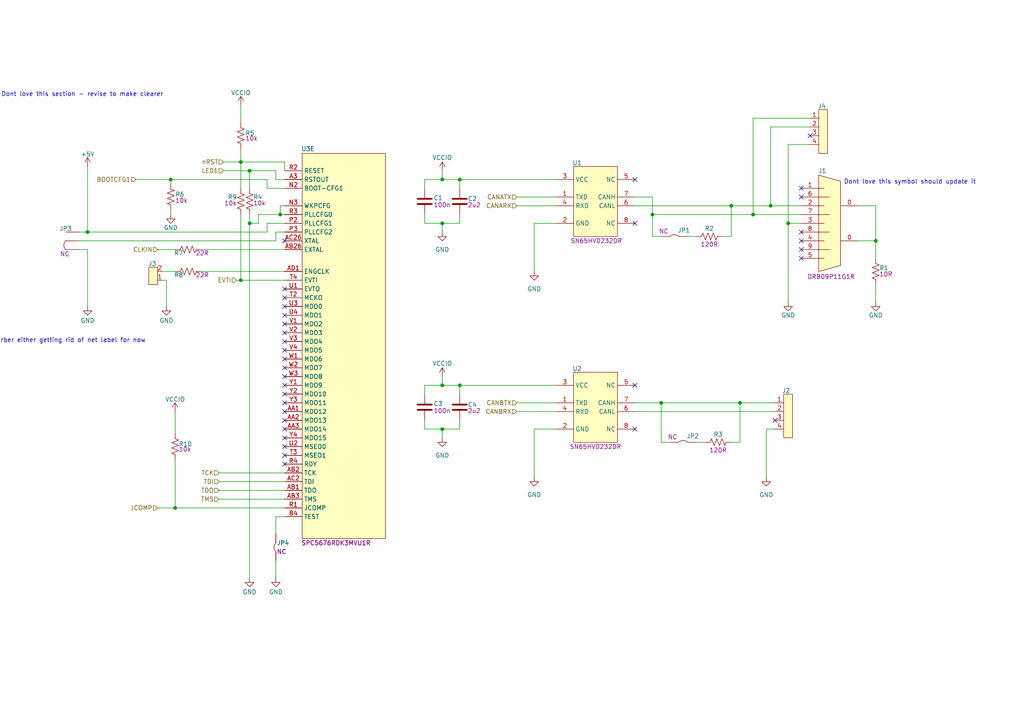
<source format=kicad_sch>
(kicad_sch (version 20231120) (generator "eeschema") (generator_version "8.0")
  (paper "A4")
  (junction (at 133.35 111.76))
  (junction (at 81.28 62.23))
  (junction (at 254 69.85))
  (junction (at 69.85 46.99))
  (junction (at 212.09 59.69))
  (junction (at 72.39 64.77))
  (junction (at 49.53 52.07))
  (junction (at 128.27 111.76))
  (junction (at 228.6 64.77))
  (junction (at 72.39 49.53))
  (junction (at 25.4 67.31))
  (junction (at 218.44 62.23))
  (junction (at 214.63 116.84))
  (junction (at 189.23 62.23))
  (junction (at 133.35 52.07))
  (junction (at 128.27 124.46))
  (junction (at 128.27 64.77))
  (junction (at 223.52 59.69))
  (junction (at 69.85 81.28))
  (junction (at 191.77 116.84))
  (junction (at 50.8 147.32))
  (junction (at 128.27 52.07))
  (no_connect (at 82.55 106.68))
  (no_connect (at 82.55 69.85))
  (no_connect (at 82.55 104.14))
  (no_connect (at 82.55 86.36))
  (no_connect (at 184.15 52.07))
  (no_connect (at 82.55 88.9))
  (no_connect (at 82.55 93.98))
  (no_connect (at 82.55 111.76))
  (no_connect (at 232.41 67.31))
  (no_connect (at 184.15 111.76))
  (no_connect (at 82.55 129.54))
  (no_connect (at 82.55 109.22))
  (no_connect (at 82.55 114.3))
  (no_connect (at 82.55 127))
  (no_connect (at 82.55 121.92))
  (no_connect (at 82.55 83.82))
  (no_connect (at 82.55 134.62))
  (no_connect (at 82.55 91.44))
  (no_connect (at 232.41 54.61))
  (no_connect (at 184.15 124.46))
  (no_connect (at 232.41 57.15))
  (no_connect (at 232.41 72.39))
  (no_connect (at 232.41 69.85))
  (no_connect (at 232.41 74.93))
  (no_connect (at 82.55 124.46))
  (no_connect (at 82.55 132.08))
  (no_connect (at 82.55 119.38))
  (no_connect (at 82.55 99.06))
  (no_connect (at 82.55 101.6))
  (no_connect (at 184.15 64.77))
  (no_connect (at 224.79 121.92))
  (no_connect (at 82.55 116.84))
  (no_connect (at 234.95 39.37))
  (no_connect (at 82.55 96.52))
  (wire (pts (xy 234.95 41.91) (xy 228.6 41.91)))
  (wire (pts (xy 133.35 52.07) (xy 133.35 54.61)))
  (wire (pts (xy 133.35 64.77) (xy 133.35 62.23)))
  (wire (pts (xy 248.92 59.69) (xy 254 59.69)))
  (wire (pts (xy 133.35 111.76) (xy 161.29 111.76)))
  (wire (pts (xy 128.27 111.76) (xy 133.35 111.76)))
  (wire (pts (xy 189.23 68.58) (xy 191.77 68.58)))
  (wire (pts (xy 80.01 149.86) (xy 80.01 154.94)))
  (wire (pts (xy 45.72 72.39) (xy 50.8 72.39)))
  (wire (pts (xy 80.01 52.07) (xy 80.01 49.53)))
  (wire (pts (xy 77.47 52.07) (xy 49.53 52.07)))
  (wire (pts (xy 191.77 116.84) (xy 214.63 116.84)))
  (wire (pts (xy 214.63 116.84) (xy 224.79 116.84)))
  (wire (pts (xy 228.6 41.91) (xy 228.6 64.77)))
  (wire (pts (xy 22.86 67.31) (xy 25.4 67.31)))
  (wire (pts (xy 223.52 36.83) (xy 223.52 59.69)))
  (wire (pts (xy 212.09 68.58) (xy 212.09 59.69)))
  (wire (pts (xy 74.93 62.23) (xy 74.93 64.77)))
  (wire (pts (xy 123.19 62.23) (xy 123.19 64.77)))
  (wire (pts (xy 123.19 124.46) (xy 128.27 124.46)))
  (wire (pts (xy 154.94 124.46) (xy 154.94 138.43)))
  (wire (pts (xy 50.8 119.38) (xy 50.8 125.73)))
  (wire (pts (xy 123.19 52.07) (xy 123.19 54.61)))
  (wire (pts (xy 149.86 57.15) (xy 161.29 57.15)))
  (wire (pts (xy 72.39 49.53) (xy 72.39 54.61)))
  (wire (pts (xy 49.53 52.07) (xy 49.53 53.34)))
  (wire (pts (xy 128.27 52.07) (xy 133.35 52.07)))
  (wire (pts (xy 123.19 111.76) (xy 123.19 114.3)))
  (wire (pts (xy 46.99 81.28) (xy 48.26 81.28)))
  (wire (pts (xy 25.4 72.39) (xy 25.4 88.9)))
  (wire (pts (xy 128.27 124.46) (xy 133.35 124.46)))
  (wire (pts (xy 81.28 59.69) (xy 81.28 62.23)))
  (wire (pts (xy 191.77 128.27) (xy 191.77 116.84)))
  (wire (pts (xy 46.99 78.74) (xy 50.8 78.74)))
  (wire (pts (xy 22.86 72.39) (xy 25.4 72.39)))
  (wire (pts (xy 149.86 59.69) (xy 161.29 59.69)))
  (wire (pts (xy 69.85 43.18) (xy 69.85 46.99)))
  (wire (pts (xy 254 82.55) (xy 254 87.63)))
  (wire (pts (xy 63.5 142.24) (xy 82.55 142.24)))
  (wire (pts (xy 63.5 137.16) (xy 82.55 137.16)))
  (wire (pts (xy 68.58 81.28) (xy 69.85 81.28)))
  (wire (pts (xy 72.39 64.77) (xy 74.93 64.77)))
  (wire (pts (xy 72.39 49.53) (xy 80.01 49.53)))
  (wire (pts (xy 25.4 48.26) (xy 25.4 67.31)))
  (wire (pts (xy 128.27 49.53) (xy 128.27 52.07)))
  (wire (pts (xy 201.93 128.27) (xy 204.47 128.27)))
  (wire (pts (xy 64.77 49.53) (xy 72.39 49.53)))
  (wire (pts (xy 82.55 149.86) (xy 80.01 149.86)))
  (wire (pts (xy 133.35 124.46) (xy 133.35 121.92)))
  (wire (pts (xy 69.85 46.99) (xy 69.85 54.61)))
  (wire (pts (xy 80.01 52.07) (xy 82.55 52.07)))
  (wire (pts (xy 223.52 59.69) (xy 232.41 59.69)))
  (wire (pts (xy 232.41 64.77) (xy 228.6 64.77)))
  (wire (pts (xy 133.35 52.07) (xy 161.29 52.07)))
  (wire (pts (xy 189.23 57.15) (xy 189.23 62.23)))
  (wire (pts (xy 218.44 34.29) (xy 218.44 62.23)))
  (wire (pts (xy 128.27 64.77) (xy 128.27 67.31)))
  (wire (pts (xy 81.28 62.23) (xy 74.93 62.23)))
  (wire (pts (xy 77.47 64.77) (xy 77.47 67.31)))
  (wire (pts (xy 189.23 62.23) (xy 218.44 62.23)))
  (wire (pts (xy 49.53 62.23) (xy 49.53 60.96)))
  (wire (pts (xy 82.55 81.28) (xy 69.85 81.28)))
  (wire (pts (xy 50.8 147.32) (xy 50.8 133.35)))
  (wire (pts (xy 194.31 128.27) (xy 191.77 128.27)))
  (wire (pts (xy 189.23 62.23) (xy 189.23 68.58)))
  (wire (pts (xy 184.15 116.84) (xy 191.77 116.84)))
  (wire (pts (xy 234.95 34.29) (xy 218.44 34.29)))
  (wire (pts (xy 218.44 62.23) (xy 232.41 62.23)))
  (wire (pts (xy 184.15 59.69) (xy 212.09 59.69)))
  (wire (pts (xy 222.25 124.46) (xy 222.25 138.43)))
  (wire (pts (xy 82.55 64.77) (xy 77.47 64.77)))
  (wire (pts (xy 77.47 54.61) (xy 82.55 54.61)))
  (wire (pts (xy 58.42 78.74) (xy 82.55 78.74)))
  (wire (pts (xy 154.94 64.77) (xy 161.29 64.77)))
  (wire (pts (xy 123.19 121.92) (xy 123.19 124.46)))
  (wire (pts (xy 133.35 111.76) (xy 133.35 114.3)))
  (wire (pts (xy 154.94 64.77) (xy 154.94 78.74)))
  (wire (pts (xy 69.85 30.48) (xy 69.85 35.56)))
  (wire (pts (xy 45.72 147.32) (xy 50.8 147.32)))
  (wire (pts (xy 212.09 128.27) (xy 214.63 128.27)))
  (wire (pts (xy 72.39 62.23) (xy 72.39 64.77)))
  (wire (pts (xy 254 69.85) (xy 248.92 69.85)))
  (wire (pts (xy 184.15 119.38) (xy 224.79 119.38)))
  (wire (pts (xy 69.85 46.99) (xy 82.55 46.99)))
  (wire (pts (xy 25.4 67.31) (xy 77.47 67.31)))
  (wire (pts (xy 80.01 162.56) (xy 80.01 167.64)))
  (wire (pts (xy 154.94 124.46) (xy 161.29 124.46)))
  (wire (pts (xy 254 59.69) (xy 254 69.85)))
  (wire (pts (xy 81.28 62.23) (xy 82.55 62.23)))
  (wire (pts (xy 80.01 69.85) (xy 80.01 67.31)))
  (wire (pts (xy 39.37 52.07) (xy 49.53 52.07)))
  (wire (pts (xy 81.28 59.69) (xy 82.55 59.69)))
  (wire (pts (xy 212.09 59.69) (xy 223.52 59.69)))
  (wire (pts (xy 199.39 68.58) (xy 201.93 68.58)))
  (wire (pts (xy 48.26 81.28) (xy 48.26 88.9)))
  (wire (pts (xy 128.27 64.77) (xy 133.35 64.77)))
  (wire (pts (xy 82.55 46.99) (xy 82.55 49.53)))
  (wire (pts (xy 77.47 54.61) (xy 77.47 52.07)))
  (wire (pts (xy 72.39 64.77) (xy 72.39 167.64)))
  (wire (pts (xy 58.42 72.39) (xy 82.55 72.39)))
  (wire (pts (xy 63.5 139.7) (xy 82.55 139.7)))
  (wire (pts (xy 228.6 64.77) (xy 228.6 87.63)))
  (wire (pts (xy 63.5 144.78) (xy 82.55 144.78)))
  (wire (pts (xy 64.77 46.99) (xy 69.85 46.99)))
  (wire (pts (xy 69.85 81.28) (xy 69.85 62.23)))
  (wire (pts (xy 214.63 128.27) (xy 214.63 116.84)))
  (wire (pts (xy 149.86 116.84) (xy 161.29 116.84)))
  (wire (pts (xy 149.86 119.38) (xy 161.29 119.38)))
  (wire (pts (xy 123.19 111.76) (xy 128.27 111.76)))
  (wire (pts (xy 22.86 69.85) (xy 80.01 69.85)))
  (wire (pts (xy 50.8 147.32) (xy 82.55 147.32)))
  (wire (pts (xy 222.25 124.46) (xy 224.79 124.46)))
  (wire (pts (xy 254 69.85) (xy 254 74.93)))
  (wire (pts (xy 123.19 64.77) (xy 128.27 64.77)))
  (wire (pts (xy 234.95 36.83) (xy 223.52 36.83)))
  (wire (pts (xy 128.27 124.46) (xy 128.27 127)))
  (wire (pts (xy 209.55 68.58) (xy 212.09 68.58)))
  (wire (pts (xy 80.01 67.31) (xy 82.55 67.31)))
  (wire (pts (xy 123.19 52.07) (xy 128.27 52.07)))
  (wire (pts (xy 184.15 57.15) (xy 189.23 57.15)))
  (wire (pts (xy 128.27 109.22) (xy 128.27 111.76)))
  (text "Dont love this symbol should update it" (at 263.906 52.832 0) (effects (font (size 1.27 1.27))))
  (text "No other connection to clkout on original schematic - no connections in gerber either getting rid of net label for now\n" (at -16.51 98.806 0) (effects (font (size 1.27 1.27))))
  (text "Dont love this section - revise to make clearer\n" (at 23.876 27.432 0) (effects (font (size 1.27 1.27))))
  (hierarchical_label "CANBTX" (shape input) (at 149.86 116.84 180))
  (hierarchical_label "BOOTCFG1" (shape input) (at 39.37 52.07 180))
  (hierarchical_label "TCK" (shape input) (at 63.5 137.16 180))
  (hierarchical_label "CANBRX" (shape input) (at 149.86 119.38 180))
  (hierarchical_label "EVTI" (shape input) (at 68.58 81.28 180))
  (hierarchical_label "TMS" (shape input) (at 63.5 144.78 180))
  (hierarchical_label "CANARX" (shape input) (at 149.86 59.69 180))
  (hierarchical_label "nRST" (shape input) (at 64.77 46.99 180))
  (hierarchical_label "CANATX" (shape input) (at 149.86 57.15 180))
  (hierarchical_label "TDI" (shape input) (at 63.5 139.7 180))
  (hierarchical_label "CLKIN" (shape input) (at 45.72 72.39 180))
  (hierarchical_label "JCOMP" (shape input) (at 45.72 147.32 180))
  (hierarchical_label "TDO" (shape input) (at 63.5 142.24 180))
  (hierarchical_label "LED1" (shape input) (at 64.77 49.53 180))
  (symbol (lib_id "tutorial_2_library:SPC5676RDK3MVU1R") (at 87.63 49.53 0) (unit 5)
    (property "Reference" "U3" (at 87.376 43.18 0) (effects (justify left)))
    (property "Value" "SPC5676RDK3MVU1R" (effects (hide yes)))
    (property "Footprint" "tutorial_2_library:BGA416C100P26X26_2700X2700X255N" (effects (hide yes)))
    (property "Datasheet" "https://www.nxp.com/docs/en/data-sheet/MPC5676R.pdf" (effects (hide yes)))
    (property "Description" "IC MCU 32BIT 6MB FLASH 416PBGA" (effects (hide yes)))
    (property "Display Value" "SPC5676RDK3MVU1R" (at 87.376 157.48 0) (effects (justify left)))
    (property "Manufacturer" "NXP USA Inc." (effects (hide yes)))
    (property "Manufacturer Part Number" "SPC5676RDK3MVU1R" (effects (hide yes)))
    (property "Supplier 1" "DigiKey" (effects (hide yes)))
    (property "Supplier 1 Part Number" "SPC5676RDK3MVU1R-ND" (effects (hide yes)))
  )
  (symbol (lib_id "tutorial_2_library:Solder_Jumper_2_NC") (at 195.58 68.58 270) (unit 1)
    (property "Reference" "JP1" (at 198.374 66.802 90))
    (property "Footprint" "Jumper:SolderJumper-2_P1.3mm_Bridged2Bar_Pad1.0x1.5mm" (effects (hide yes)))
    (property "Display Value" "NC" (at 192.532 67.056 90))
  )
  (symbol (lib_id "0603_Yageo_Res:RES_22R_0603") (at 54.61 78.74 0) (unit 1)
    (property "Reference" "R8" (at 51.816 79.756 0))
    (property "Value" "RES_22R_0603" (effects (hide yes)))
    (property "Footprint" "Resistor_SMD:R_0603_1608Metric" (effects (hide yes)))
    (property "Datasheet" "https://www.yageo.com/upload/media/product/products/datasheet/rchip/PYu-RC_Group_51_RoHS_L_12.pdf" (effects (hide yes)))
    (property "Description" "RES 22 OHM 1% 1/10W 0603" (effects (hide yes)))
    (property "Display Value" "22R" (at 58.674 79.756 0))
    (property "Manufacturer" "YAGEO" (effects (hide yes)))
    (property "Manufacturer Part Number" "RC0603FR-0722RL" (effects (hide yes)))
    (property "Supplier 1" "DigiKey" (effects (hide yes)))
    (property "Supplier 1 Part Number" "311-22.0HRCT-ND" (effects (hide yes)))
    (property "Supplier 2" "no_data" (effects (hide yes)))
    (property "Supplier 2 Part Number" "no_data" (effects (hide yes)))
  )
  (symbol (lib_id "power:GND") (at 48.26 88.9 0) (unit 1)
    (property "Reference" "#PWR028" (effects (hide yes)))
    (property "Value" "GND" (at 48.26 92.964 0))
    (property "Description" "Power symbol creates a global label with name \"GND\" , ground" (effects (hide yes)))
  )
  (symbol (lib_id "nae_caps:CAP_100n_16V_0402") (at 123.19 58.42 90) (unit 1)
    (property "Reference" "C1" (at 125.73 57.404 90) (effects (justify right)))
    (property "Value" "CAP_100n_16V_0402" (effects (hide yes)))
    (property "Footprint" "Capacitor_SMD:C_0402_1005Metric" (effects (hide yes)))
    (property "Datasheet" "https://www.yageo.com/upload/media/product/productsearch/datasheet/mlcc/UPY-GPHC_X7R_6.3V-to-250V_24.pdf" (effects (hide yes)))
    (property "Description" "CAP CER 0.1UF 16V X7R 0402" (effects (hide yes)))
    (property "Display Value" "100n" (at 125.73 59.436 90) (effects (justify right)))
    (property "Manufacturer" "YAGEO" (effects (hide yes)))
    (property "Manufacturer Part Number" "CC0402KRX7R7BB104" (effects (hide yes)))
    (property "Supplier 1" "DigiKey" (effects (hide yes)))
    (property "Supplier 1 Part Number" "311-1338-1-ND" (effects (hide yes)))
  )
  (symbol (lib_id "tutorial_2_library:SN65HVD232DR") (at 172.72 52.07 0) (unit 1)
    (property "Reference" "U1" (at 167.386 47.244 0))
    (property "Value" "SN65HVD232DR" (effects (hide yes)))
    (property "Footprint" "Package_SO:SOIC-8_3.9x4.9mm_P1.27mm" (effects (hide yes)))
    (property "Datasheet" "https://www.ti.com/general/docs/suppproductinfo.tsp?distId=10&gotoUrl=https%3A%2F%2Fwww.ti.com%2Flit%2Fgpn%2Fsn65hvd230" (effects (hide yes)))
    (property "Description" "IC TRANSCEIVER HALF 1/1 8SOIC" (effects (hide yes)))
    (property "Display Value" "SN65HVD232DR" (at 172.974 69.85 0))
    (property "Manufacturer" "Texas Instruments" (effects (hide yes)))
    (property "Manufacturer Part Number" "SN65HVD232DR" (effects (hide yes)))
    (property "Supplier 1" "DigiKey" (effects (hide yes)))
    (property "Supplier 1 Part Number" "296-26344-1-ND" (effects (hide yes)))
  )
  (symbol (lib_id "tutorial_2_library:HEADER_2_2.54MM") (at 44.45 80.01 180) (unit 1)
    (property "Reference" "J3" (at 44.196 76.454 0))
    (property "Value" "2Pin_Header_2.54" (effects (hide yes)))
    (property "Footprint" "Connector_PinHeader_2.54mm:PinHeader_2x01_P2.54mm_Vertical" (effects (hide yes)))
    (property "Datasheet" "https://cdn.harwin.com/pdfs/M20-999.pdf" (effects (hide yes)))
    (property "Description" "CONN HEADER VERT 2POS 2.54MM" (effects (hide yes)))
    (property "Display Value" "Jack" (effects (hide yes)))
    (property "Manufacturer" "Harwin Inc." (effects (hide yes)))
    (property "Manufacturer Part Number" "M20-9990246" (effects (hide yes)))
    (property "Supplier 1" "DigiKey" (effects (hide yes)))
    (property "Supplier 1 Part Number" "952-2262-ND" (effects (hide yes)))
    (property "Supplier 2 Part Number" "Connector Header Through Hole 2 position 0.100\" (2.54mm)" (effects (hide yes)))
  )
  (symbol (lib_id "tutorial_2_library:Solder_Jumper_3_NC_1") (at 19.05 69.85 180) (unit 1) (in_bom no)
    (property "Reference" "JP3" (at 19.05 66.294 0))
    (property "Footprint" "Jumper:SolderJumper-3_P1.3mm_Bridged2Bar12_Pad1.0x1.5mm" (effects (hide yes)))
    (property "Display Value" "NC" (at 18.796 73.66 0))
  )
  (symbol (lib_id "0603_Yageo_Res:RES_10R_0603") (at 254 78.74 90) (unit 1)
    (property "Reference" "R1" (at 255.016 77.7241 90) (effects (justify right)))
    (property "Value" "RES_10R_0603" (effects (hide yes)))
    (property "Footprint" "Resistor_SMD:R_0603_1608Metric" (effects (hide yes)))
    (property "Datasheet" "https://www.yageo.com/upload/media/product/products/datasheet/rchip/PYu-RC_Group_51_RoHS_L_12.pdf" (effects (hide yes)))
    (property "Description" "RES 10 OHM 1% 1/10W 0603" (effects (hide yes)))
    (property "Display Value" "10R" (at 255.016 79.502 90) (effects (justify right)))
    (property "Manufacturer" "YAGEO" (effects (hide yes)))
    (property "Manufacturer Part Number" "RC0603FR-0710RL" (effects (hide yes)))
    (property "Supplier 1" "DigiKey" (effects (hide yes)))
    (property "Supplier 1 Part Number" "311-10.0HRCT-ND" (effects (hide yes)))
    (property "Supplier 2" "no_data" (effects (hide yes)))
    (property "Supplier 2 Part Number" "no_data" (effects (hide yes)))
  )
  (symbol (lib_id "power:GND") (at 154.94 78.74 0) (unit 1)
    (property "Reference" "#PWR056" (effects (hide yes)))
    (property "Value" "GND" (at 154.94 83.82 0))
    (property "Description" "Power symbol creates a global label with name \"GND\" , ground" (effects (hide yes)))
  )
  (symbol (lib_id "0603_Yageo_Res:RES_10k_0603") (at 69.85 39.37 90) (unit 1)
    (property "Reference" "R5" (at 71.12 38.608 90) (effects (justify right)))
    (property "Value" "RES_10k_0603" (effects (hide yes)))
    (property "Footprint" "Resistor_SMD:R_0603_1608Metric" (effects (hide yes)))
    (property "Datasheet" "https://www.yageo.com/upload/media/product/products/datasheet/rchip/PYu-RC_Group_51_RoHS_L_12.pdf" (effects (hide yes)))
    (property "Description" "RES 10K OHM 1% 1/10W 0603" (effects (hide yes)))
    (property "Display Value" "10k" (at 71.12 40.1319 90) (effects (justify right)))
    (property "Manufacturer" "YAGEO" (effects (hide yes)))
    (property "Manufacturer Part Number" "RC0603FR-0710KL" (effects (hide yes)))
    (property "Supplier 1" "DigiKey" (effects (hide yes)))
    (property "Supplier 1 Part Number" "311-10.0KHRCT-ND" (effects (hide yes)))
    (property "Supplier 2" "no_data" (effects (hide yes)))
    (property "Supplier 2 Part Number" "no_data" (effects (hide yes)))
  )
  (symbol (lib_id "tutorial_2_library:VERT_HDR_4_2.54mm_1") (at 228.6 116.84 0) (unit 1)
    (property "Reference" "J2" (at 226.822 113.284 0) (effects (justify left)))
    (property "Value" "HDR_4_2.54" (effects (hide yes)))
    (property "Footprint" "Connector_PinHeader_1.00mm:PinHeader_1x04_P1.00mm_Vertical" (effects (hide yes)))
    (property "Datasheet" "https://suddendocs.samtec.com/catalog_english/mtsw.pdf" (effects (hide yes)))
    (property "Description" "CONN HEADER VERT 4POS 2.54MM" (effects (hide yes)))
    (property "Display Value" "HDR" (effects (hide yes)))
    (property "Manufacturer" "Samtec Inc." (effects (hide yes)))
    (property "Manufacturer Part Number" "HMTSW-104-23-L-S-237" (effects (hide yes)))
    (property "Supplier 1" "DigiKey" (effects (hide yes)))
    (property "Supplier 1 Part Number" "612-HMTSW-104-23-L-S-237-ND" (effects (hide yes)))
  )
  (symbol (lib_id "power:GND") (at 128.27 67.31 0) (unit 1)
    (property "Reference" "#PWR053" (effects (hide yes)))
    (property "Value" "GND" (at 128.27 72.39 0))
    (property "Description" "Power symbol creates a global label with name \"GND\" , ground" (effects (hide yes)))
  )
  (symbol (lib_id "tutorial_2_library:Solder_Jumper_2_NC") (at 198.12 128.27 270) (unit 1)
    (property "Reference" "JP2" (at 200.914 126.492 90))
    (property "Footprint" "Jumper:SolderJumper-2_P1.3mm_Bridged2Bar_Pad1.0x1.5mm" (effects (hide yes)))
    (property "Display Value" "NC" (at 195.072 126.746 90))
  )
  (symbol (lib_id "0603_Yageo_Res:RES_10k_0603") (at 49.53 57.15 90) (unit 1)
    (property "Reference" "R6" (at 50.8 56.388 90) (effects (justify right)))
    (property "Value" "RES_10k_0603" (effects (hide yes)))
    (property "Footprint" "Resistor_SMD:R_0603_1608Metric" (effects (hide yes)))
    (property "Datasheet" "https://www.yageo.com/upload/media/product/products/datasheet/rchip/PYu-RC_Group_51_RoHS_L_12.pdf" (effects (hide yes)))
    (property "Description" "RES 10K OHM 1% 1/10W 0603" (effects (hide yes)))
    (property "Display Value" "10k" (at 50.8 58.1659 90) (effects (justify right)))
    (property "Manufacturer" "YAGEO" (effects (hide yes)))
    (property "Manufacturer Part Number" "RC0603FR-0710KL" (effects (hide yes)))
    (property "Supplier 1" "DigiKey" (effects (hide yes)))
    (property "Supplier 1 Part Number" "311-10.0KHRCT-ND" (effects (hide yes)))
    (property "Supplier 2" "no_data" (effects (hide yes)))
    (property "Supplier 2 Part Number" "no_data" (effects (hide yes)))
  )
  (symbol (lib_id "power:GND") (at 49.53 62.23 0) (unit 1)
    (property "Reference" "#PWR017" (effects (hide yes)))
    (property "Value" "GND" (at 49.53 66.04 0))
    (property "Description" "Power symbol creates a global label with name \"GND\" , ground" (effects (hide yes)))
  )
  (symbol (lib_id "nae_caps:CAP_100n_16V_0402") (at 123.19 118.11 90) (unit 1)
    (property "Reference" "C3" (at 125.73 117.094 90) (effects (justify right)))
    (property "Value" "CAP_100n_16V_0402" (effects (hide yes)))
    (property "Footprint" "Capacitor_SMD:C_0402_1005Metric" (effects (hide yes)))
    (property "Datasheet" "https://www.yageo.com/upload/media/product/productsearch/datasheet/mlcc/UPY-GPHC_X7R_6.3V-to-250V_24.pdf" (effects (hide yes)))
    (property "Description" "CAP CER 0.1UF 16V X7R 0402" (effects (hide yes)))
    (property "Display Value" "100n" (at 125.73 119.126 90) (effects (justify right)))
    (property "Manufacturer" "YAGEO" (effects (hide yes)))
    (property "Manufacturer Part Number" "CC0402KRX7R7BB104" (effects (hide yes)))
    (property "Supplier 1" "DigiKey" (effects (hide yes)))
    (property "Supplier 1 Part Number" "311-1338-1-ND" (effects (hide yes)))
  )
  (symbol (lib_id "power:GND") (at 154.94 138.43 0) (unit 1)
    (property "Reference" "#PWR057" (effects (hide yes)))
    (property "Value" "GND" (at 154.94 143.51 0))
    (property "Description" "Power symbol creates a global label with name \"GND\" , ground" (effects (hide yes)))
  )
  (symbol (lib_id "tutorial_2_library:VERT_HDR_4_2.54mm_1") (at 238.76 34.29 0) (unit 1)
    (property "Reference" "J4" (at 237.236 30.734 0) (effects (justify left)))
    (property "Value" "HDR_4_2.54" (effects (hide yes)))
    (property "Footprint" "Connector_PinHeader_1.00mm:PinHeader_1x04_P1.00mm_Vertical" (effects (hide yes)))
    (property "Datasheet" "https://suddendocs.samtec.com/catalog_english/mtsw.pdf" (effects (hide yes)))
    (property "Description" "CONN HEADER VERT 4POS 2.54MM" (effects (hide yes)))
    (property "Display Value" "HDR" (effects (hide yes)))
    (property "Manufacturer" "Samtec Inc." (effects (hide yes)))
    (property "Manufacturer Part Number" "HMTSW-104-23-L-S-237" (effects (hide yes)))
    (property "Supplier 1" "DigiKey" (effects (hide yes)))
    (property "Supplier 1 Part Number" "612-HMTSW-104-23-L-S-237-ND" (effects (hide yes)))
  )
  (symbol (lib_id "0603_Yageo_Res:RES_120R_0603") (at 208.28 128.27 0) (unit 1)
    (property "Reference" "R3" (at 208.28 125.984 0))
    (property "Value" "RES_120R_0603" (effects (hide yes)))
    (property "Footprint" "Resistor_SMD:R_0603_1608Metric" (effects (hide yes)))
    (property "Datasheet" "https://www.yageo.com/upload/media/product/products/datasheet/rchip/PYu-RC_Group_51_RoHS_L_12.pdf" (effects (hide yes)))
    (property "Description" "RES 120 OHM 1% 1/10W 0603" (effects (hide yes)))
    (property "Display Value" "120R" (at 208.28 130.556 0))
    (property "Manufacturer" "YAGEO" (effects (hide yes)))
    (property "Manufacturer Part Number" "RC0603FR-07120RL" (effects (hide yes)))
    (property "Supplier 1" "DigiKey" (effects (hide yes)))
    (property "Supplier 1 Part Number" "311-120HRCT-ND" (effects (hide yes)))
    (property "Supplier 2" "no_data" (effects (hide yes)))
    (property "Supplier 2 Part Number" "no_data" (effects (hide yes)))
  )
  (symbol (lib_id "nae_caps:CAP_2u2_10V_0603") (at 133.35 58.42 90) (unit 1)
    (property "Reference" "C2" (at 135.636 57.658 90) (effects (justify right)))
    (property "Value" "CAP_2u2_10V_0603" (effects (hide yes)))
    (property "Footprint" "Capacitor_SMD:C_0603_1608Metric" (effects (hide yes)))
    (property "Datasheet" "https://www.yageo.com/upload/media/product/productsearch/datasheet/mlcc/UPY-GPHC_X7R_6.3V-to-250V_24.pdf" (effects (hide yes)))
    (property "Description" "CAP CER 2.2UF 10V X7R 0603" (effects (hide yes)))
    (property "Display Value" "2u2" (at 135.636 59.436 90) (effects (justify right)))
    (property "Manufacturer" "YAGEO" (effects (hide yes)))
    (property "Manufacturer Part Number" "CC0603KPX7R6BB225" (effects (hide yes)))
    (property "Supplier 1" "DigiKey" (effects (hide yes)))
    (property "Supplier 1 Part Number" "13-CC0603KPX7R6BB225CT-ND" (effects (hide yes)))
    (property "Supplier 2" "no_data" (effects (hide yes)))
    (property "Supplier 2 Part Number" "no_data" (effects (hide yes)))
  )
  (symbol (lib_id "power:VCC") (at 25.4 48.26 0) (unit 1)
    (property "Reference" "#PWR019" (effects (hide yes)))
    (property "Value" "+5V" (at 25.4 44.704 0))
    (property "Description" "Power symbol creates a global label with name \"VCC\"" (effects (hide yes)))
  )
  (symbol (lib_id "power:GND") (at 128.27 127 0) (unit 1)
    (property "Reference" "#PWR055" (effects (hide yes)))
    (property "Value" "GND" (at 128.27 132.08 0))
    (property "Description" "Power symbol creates a global label with name \"GND\" , ground" (effects (hide yes)))
  )
  (symbol (lib_id "0603_Yageo_Res:RES_10k_0603") (at 50.8 129.54 90) (unit 1)
    (property "Reference" "R10" (at 51.816 128.7781 90) (effects (justify right)))
    (property "Value" "RES_10k_0603" (effects (hide yes)))
    (property "Footprint" "Resistor_SMD:R_0603_1608Metric" (effects (hide yes)))
    (property "Datasheet" "https://www.yageo.com/upload/media/product/products/datasheet/rchip/PYu-RC_Group_51_RoHS_L_12.pdf" (effects (hide yes)))
    (property "Description" "RES 10K OHM 1% 1/10W 0603" (effects (hide yes)))
    (property "Display Value" "10k" (at 51.816 130.302 90) (effects (justify right)))
    (property "Manufacturer" "YAGEO" (effects (hide yes)))
    (property "Manufacturer Part Number" "RC0603FR-0710KL" (effects (hide yes)))
    (property "Supplier 1" "DigiKey" (effects (hide yes)))
    (property "Supplier 1 Part Number" "311-10.0KHRCT-ND" (effects (hide yes)))
    (property "Supplier 2" "no_data" (effects (hide yes)))
    (property "Supplier 2 Part Number" "no_data" (effects (hide yes)))
  )
  (symbol (lib_id "tutorial_2_library:SN65HVD232DR") (at 172.72 111.76 0) (unit 1)
    (property "Reference" "U2" (at 167.386 106.934 0))
    (property "Value" "SN65HVD232DR" (effects (hide yes)))
    (property "Footprint" "Package_SO:SOIC-8_3.9x4.9mm_P1.27mm" (effects (hide yes)))
    (property "Datasheet" "https://www.ti.com/general/docs/suppproductinfo.tsp?distId=10&gotoUrl=https%3A%2F%2Fwww.ti.com%2Flit%2Fgpn%2Fsn65hvd230" (effects (hide yes)))
    (property "Description" "IC TRANSCEIVER HALF 1/1 8SOIC" (effects (hide yes)))
    (property "Display Value" "SN65HVD232DR" (at 172.72 129.54 0))
    (property "Manufacturer" "Texas Instruments" (effects (hide yes)))
    (property "Manufacturer Part Number" "SN65HVD232DR" (effects (hide yes)))
    (property "Supplier 1" "DigiKey" (effects (hide yes)))
    (property "Supplier 1 Part Number" "296-26344-1-ND" (effects (hide yes)))
  )
  (symbol (lib_id "power:VCC") (at 50.8 119.38 0) (unit 1)
    (property "Reference" "#PWR029" (effects (hide yes)))
    (property "Value" "VCCIO" (at 50.8 115.824 0))
    (property "Description" "Power symbol creates a global label with name \"VCC\"" (effects (hide yes)))
  )
  (symbol (lib_id "power:VCC") (at 69.85 30.48 0) (unit 1)
    (property "Reference" "#PWR027" (effects (hide yes)))
    (property "Value" "VCCIO" (at 69.85 26.924 0))
    (property "Description" "Power symbol creates a global label with name \"VCC\"" (effects (hide yes)))
  )
  (symbol (lib_id "0603_Yageo_Res:RES_10k_0603") (at 72.39 58.42 90) (unit 1)
    (property "Reference" "R4" (at 73.406 57.15 90) (effects (justify right)))
    (property "Value" "RES_10k_0603" (effects (hide yes)))
    (property "Footprint" "Resistor_SMD:R_0603_1608Metric" (effects (hide yes)))
    (property "Datasheet" "https://www.yageo.com/upload/media/product/products/datasheet/rchip/PYu-RC_Group_51_RoHS_L_12.pdf" (effects (hide yes)))
    (property "Description" "RES 10K OHM 1% 1/10W 0603" (effects (hide yes)))
    (property "Display Value" "10k" (at 73.406 58.928 90) (effects (justify right)))
    (property "Manufacturer" "YAGEO" (effects (hide yes)))
    (property "Manufacturer Part Number" "RC0603FR-0710KL" (effects (hide yes)))
    (property "Supplier 1" "DigiKey" (effects (hide yes)))
    (property "Supplier 1 Part Number" "311-10.0KHRCT-ND" (effects (hide yes)))
    (property "Supplier 2" "no_data" (effects (hide yes)))
    (property "Supplier 2 Part Number" "no_data" (effects (hide yes)))
  )
  (symbol (lib_id "tutorial_2_library:DB9_Connector_male") (at 237.49 54.61 0) (unit 1)
    (property "Reference" "J1" (at 238.506 49.53 0))
    (property "Value" "DRB09P11G1R" (effects (hide yes)))
    (property "Footprint" "Connector_Dsub:DSUB-9_Male_Horizontal_P2.77x2.84mm_EdgePinOffset9.90mm_Housed_MountingHolesOffset11.32mm" (effects (hide yes)))
    (property "Datasheet" "https://www.we-online.com/components/products/datasheet/618009231421.pdf" (effects (hide yes)))
    (property "Description" "CONN D-SUB PLUG 9POS R/A SLDR" (effects (hide yes)))
    (property "Display Value" "DRB09P11G1R" (at 241.046 80.264 0))
    (property "Manufacturer" "Würth Elektronik" (effects (hide yes)))
    (property "Manufacturer Part Number" "618009231421" (effects (hide yes)))
    (property "Supplier 1" "DigiKey" (effects (hide yes)))
    (property "Supplier 1 Part Number" "732-618009231421-ND" (effects (hide yes)))
  )
  (symbol (lib_id "0603_Yageo_Res:RES_10k_0603") (at 69.85 58.42 90) (unit 1)
    (property "Reference" "R9" (at 66.04 57.15 90) (effects (justify right)))
    (property "Value" "RES_10k_0603" (effects (hide yes)))
    (property "Footprint" "Resistor_SMD:R_0603_1608Metric" (effects (hide yes)))
    (property "Datasheet" "https://www.yageo.com/upload/media/product/products/datasheet/rchip/PYu-RC_Group_51_RoHS_L_12.pdf" (effects (hide yes)))
    (property "Description" "RES 10K OHM 1% 1/10W 0603" (effects (hide yes)))
    (property "Display Value" "10k" (at 65.024 58.928 90) (effects (justify right)))
    (property "Manufacturer" "YAGEO" (effects (hide yes)))
    (property "Manufacturer Part Number" "RC0603FR-0710KL" (effects (hide yes)))
    (property "Supplier 1" "DigiKey" (effects (hide yes)))
    (property "Supplier 1 Part Number" "311-10.0KHRCT-ND" (effects (hide yes)))
    (property "Supplier 2" "no_data" (effects (hide yes)))
    (property "Supplier 2 Part Number" "no_data" (effects (hide yes)))
  )
  (symbol (lib_id "power:GND") (at 25.4 88.9 0) (unit 1)
    (property "Reference" "#PWR018" (effects (hide yes)))
    (property "Value" "GND" (at 25.4 92.964 0))
    (property "Description" "Power symbol creates a global label with name \"GND\" , ground" (effects (hide yes)))
  )
  (symbol (lib_id "power:GND") (at 80.01 167.64 0) (unit 1)
    (property "Reference" "#PWR030" (effects (hide yes)))
    (property "Value" "GND" (at 80.01 171.704 0))
    (property "Description" "Power symbol creates a global label with name \"GND\" , ground" (effects (hide yes)))
  )
  (symbol (lib_id "power:VCC") (at 128.27 109.22 0) (unit 1)
    (property "Reference" "#PWR054" (effects (hide yes)))
    (property "Value" "VCCIO" (at 128.27 105.41 0))
    (property "Description" "Power symbol creates a global label with name \"VCC\"" (effects (hide yes)))
  )
  (symbol (lib_id "power:GND") (at 72.39 167.64 0) (unit 1)
    (property "Reference" "#PWR026" (effects (hide yes)))
    (property "Value" "GND" (at 72.39 171.704 0))
    (property "Description" "Power symbol creates a global label with name \"GND\" , ground" (effects (hide yes)))
  )
  (symbol (lib_id "power:GND") (at 254 87.63 0) (unit 1)
    (property "Reference" "#PWR060" (effects (hide yes)))
    (property "Value" "GND" (at 254 91.44 0))
    (property "Description" "Power symbol creates a global label with name \"GND\" , ground" (effects (hide yes)))
  )
  (symbol (lib_id "nae_caps:CAP_2u2_10V_0603") (at 133.35 118.11 90) (unit 1)
    (property "Reference" "C4" (at 135.636 117.348 90) (effects (justify right)))
    (property "Value" "CAP_2u2_10V_0603" (effects (hide yes)))
    (property "Footprint" "Capacitor_SMD:C_0603_1608Metric" (effects (hide yes)))
    (property "Datasheet" "https://www.yageo.com/upload/media/product/productsearch/datasheet/mlcc/UPY-GPHC_X7R_6.3V-to-250V_24.pdf" (effects (hide yes)))
    (property "Description" "CAP CER 2.2UF 10V X7R 0603" (effects (hide yes)))
    (property "Display Value" "2u2" (at 135.636 119.126 90) (effects (justify right)))
    (property "Manufacturer" "YAGEO" (effects (hide yes)))
    (property "Manufacturer Part Number" "CC0603KPX7R6BB225" (effects (hide yes)))
    (property "Supplier 1" "DigiKey" (effects (hide yes)))
    (property "Supplier 1 Part Number" "13-CC0603KPX7R6BB225CT-ND" (effects (hide yes)))
    (property "Supplier 2" "no_data" (effects (hide yes)))
    (property "Supplier 2 Part Number" "no_data" (effects (hide yes)))
  )
  (symbol (lib_id "power:GND") (at 228.6 87.63 0) (unit 1)
    (property "Reference" "#PWR058" (effects (hide yes)))
    (property "Value" "GND" (at 228.6 91.44 0))
    (property "Description" "Power symbol creates a global label with name \"GND\" , ground" (effects (hide yes)))
  )
  (symbol (lib_id "power:GND") (at 222.25 138.43 0) (unit 1)
    (property "Reference" "#PWR059" (effects (hide yes)))
    (property "Value" "GND" (at 222.25 143.51 0))
    (property "Description" "Power symbol creates a global label with name \"GND\" , ground" (effects (hide yes)))
  )
  (symbol (lib_id "power:VCC") (at 128.27 49.53 0) (unit 1)
    (property "Reference" "#PWR052" (effects (hide yes)))
    (property "Value" "VCCIO" (at 128.27 45.72 0))
    (property "Description" "Power symbol creates a global label with name \"VCC\"" (effects (hide yes)))
  )
  (symbol (lib_id "0603_Yageo_Res:RES_22R_0603") (at 54.61 72.39 0) (unit 1)
    (property "Reference" "R7" (at 51.816 73.406 0))
    (property "Value" "RES_22R_0603" (effects (hide yes)))
    (property "Footprint" "Resistor_SMD:R_0603_1608Metric" (effects (hide yes)))
    (property "Datasheet" "https://www.yageo.com/upload/media/product/products/datasheet/rchip/PYu-RC_Group_51_RoHS_L_12.pdf" (effects (hide yes)))
    (property "Description" "RES 22 OHM 1% 1/10W 0603" (effects (hide yes)))
    (property "Display Value" "22R" (at 58.674 73.406 0))
    (property "Manufacturer" "YAGEO" (effects (hide yes)))
    (property "Manufacturer Part Number" "RC0603FR-0722RL" (effects (hide yes)))
    (property "Supplier 1" "DigiKey" (effects (hide yes)))
    (property "Supplier 1 Part Number" "311-22.0HRCT-ND" (effects (hide yes)))
    (property "Supplier 2" "no_data" (effects (hide yes)))
    (property "Supplier 2 Part Number" "no_data" (effects (hide yes)))
  )
  (symbol (lib_id "tutorial_2_library:Solder_Jumper_2_NC") (at 80.01 158.75 0) (unit 1)
    (property "Reference" "JP4" (at 80.264 157.48 0) (effects (justify left)))
    (property "Footprint" "Jumper:SolderJumper-2_P1.3mm_Bridged2Bar_Pad1.0x1.5mm" (effects (hide yes)))
    (property "Display Value" "NC" (at 80.264 160.02 0) (effects (justify left)))
  )
  (symbol (lib_id "0603_Yageo_Res:RES_120R_0603") (at 205.74 68.58 0) (unit 1)
    (property "Reference" "R2" (at 205.74 66.294 0))
    (property "Value" "RES_120R_0603" (effects (hide yes)))
    (property "Footprint" "Resistor_SMD:R_0603_1608Metric" (effects (hide yes)))
    (property "Datasheet" "https://www.yageo.com/upload/media/product/products/datasheet/rchip/PYu-RC_Group_51_RoHS_L_12.pdf" (effects (hide yes)))
    (property "Description" "RES 120 OHM 1% 1/10W 0603" (effects (hide yes)))
    (property "Display Value" "120R" (at 205.74 70.866 0))
    (property "Manufacturer" "YAGEO" (effects (hide yes)))
    (property "Manufacturer Part Number" "RC0603FR-07120RL" (effects (hide yes)))
    (property "Supplier 1" "DigiKey" (effects (hide yes)))
    (property "Supplier 1 Part Number" "311-120HRCT-ND" (effects (hide yes)))
    (property "Supplier 2" "no_data" (effects (hide yes)))
    (property "Supplier 2 Part Number" "no_data" (effects (hide yes)))
  )
)
</source>
